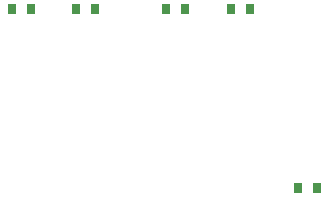
<source format=gtp>
G04*
G04 #@! TF.GenerationSoftware,Altium Limited,Altium Designer,22.6.1 (34)*
G04*
G04 Layer_Color=8421504*
%FSLAX25Y25*%
%MOIN*%
G70*
G04*
G04 #@! TF.SameCoordinates,155C3C0F-C328-4BCA-876E-5E1AE029C65F*
G04*
G04*
G04 #@! TF.FilePolarity,Positive*
G04*
G01*
G75*
%ADD15R,0.02756X0.03543*%
D15*
X15610Y158000D02*
D03*
X9390D02*
D03*
X-5890D02*
D03*
X-12110D02*
D03*
X60890D02*
D03*
X67110D02*
D03*
X39390D02*
D03*
X45610D02*
D03*
X89610Y98500D02*
D03*
X83390D02*
D03*
M02*

</source>
